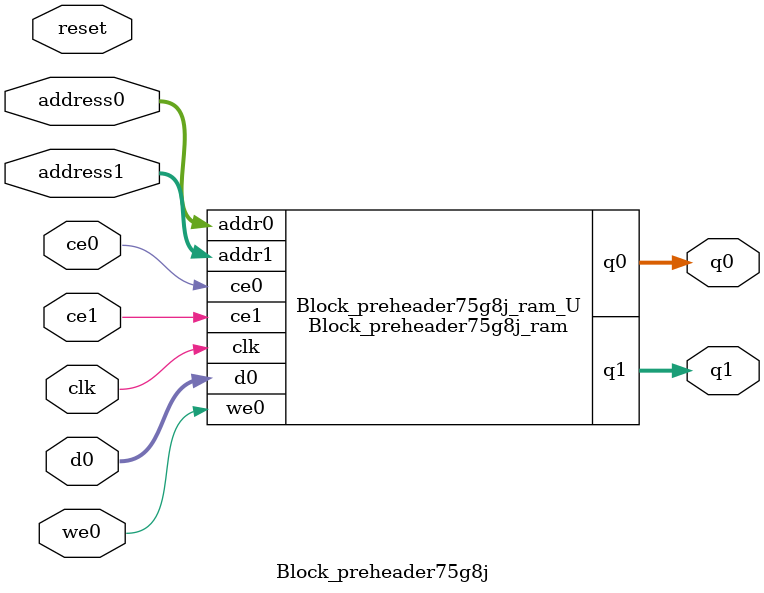
<source format=v>
`timescale 1 ns / 1 ps
module Block_preheader75g8j_ram (addr0, ce0, d0, we0, q0, addr1, ce1, q1,  clk);

parameter DWIDTH = 8;
parameter AWIDTH = 4;
parameter MEM_SIZE = 9;

input[AWIDTH-1:0] addr0;
input ce0;
input[DWIDTH-1:0] d0;
input we0;
output reg[DWIDTH-1:0] q0;
input[AWIDTH-1:0] addr1;
input ce1;
output reg[DWIDTH-1:0] q1;
input clk;

(* ram_style = "distributed" *)reg [DWIDTH-1:0] ram[0:MEM_SIZE-1];




always @(posedge clk)  
begin 
    if (ce0) begin
        if (we0) 
            ram[addr0] <= d0; 
        q0 <= ram[addr0];
    end
end


always @(posedge clk)  
begin 
    if (ce1) begin
        q1 <= ram[addr1];
    end
end


endmodule

`timescale 1 ns / 1 ps
module Block_preheader75g8j(
    reset,
    clk,
    address0,
    ce0,
    we0,
    d0,
    q0,
    address1,
    ce1,
    q1);

parameter DataWidth = 32'd8;
parameter AddressRange = 32'd9;
parameter AddressWidth = 32'd4;
input reset;
input clk;
input[AddressWidth - 1:0] address0;
input ce0;
input we0;
input[DataWidth - 1:0] d0;
output[DataWidth - 1:0] q0;
input[AddressWidth - 1:0] address1;
input ce1;
output[DataWidth - 1:0] q1;



Block_preheader75g8j_ram Block_preheader75g8j_ram_U(
    .clk( clk ),
    .addr0( address0 ),
    .ce0( ce0 ),
    .we0( we0 ),
    .d0( d0 ),
    .q0( q0 ),
    .addr1( address1 ),
    .ce1( ce1 ),
    .q1( q1 ));

endmodule


</source>
